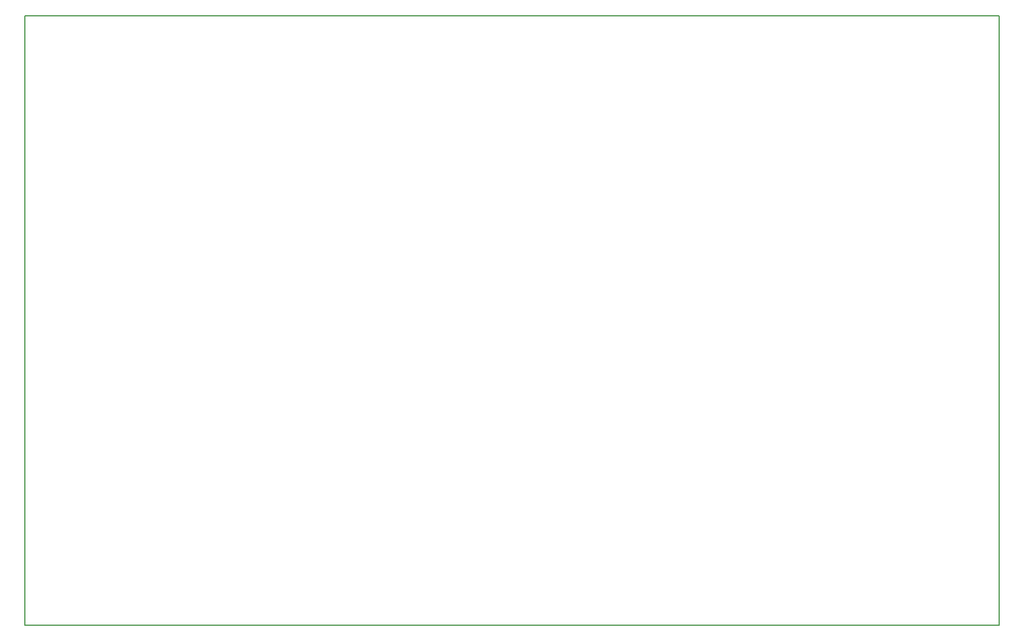
<source format=gbr>
%TF.GenerationSoftware,KiCad,Pcbnew,(5.1.10)-1*%
%TF.CreationDate,2021-11-07T17:17:01-05:00*%
%TF.ProjectId,kicad,6b696361-642e-46b6-9963-61645f706362,rev?*%
%TF.SameCoordinates,Original*%
%TF.FileFunction,Profile,NP*%
%FSLAX46Y46*%
G04 Gerber Fmt 4.6, Leading zero omitted, Abs format (unit mm)*
G04 Created by KiCad (PCBNEW (5.1.10)-1) date 2021-11-07 17:17:01*
%MOMM*%
%LPD*%
G01*
G04 APERTURE LIST*
%TA.AperFunction,Profile*%
%ADD10C,0.150000*%
%TD*%
G04 APERTURE END LIST*
D10*
X262890000Y-73660000D02*
X262890000Y-165100000D01*
X116840000Y-73660000D02*
X262890000Y-73660000D01*
X116840000Y-165100000D02*
X116840000Y-73660000D01*
X262890000Y-165100000D02*
X116840000Y-165100000D01*
M02*

</source>
